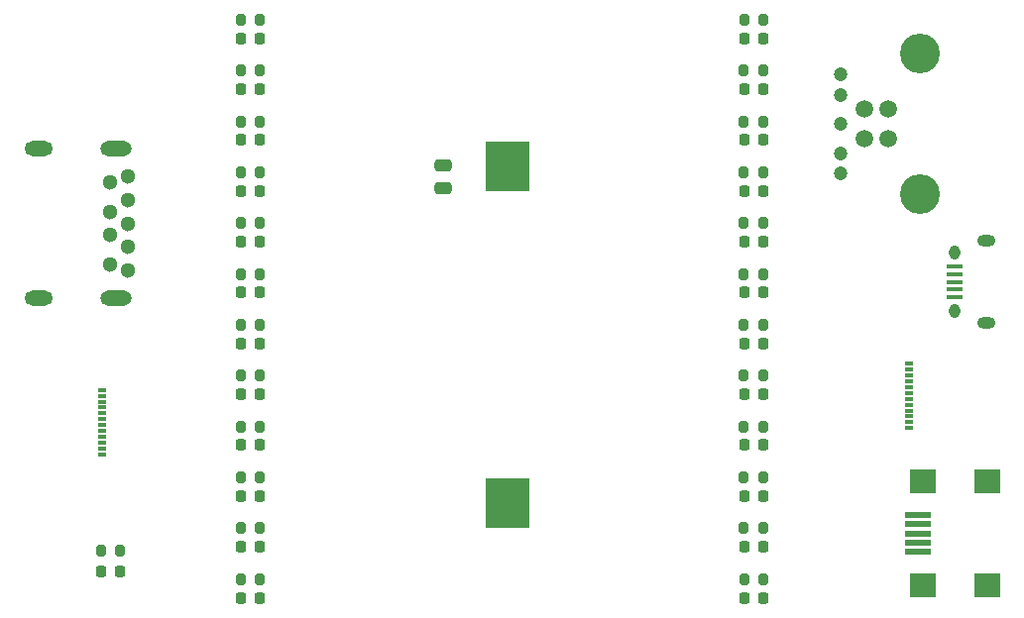
<source format=gbr>
%TF.GenerationSoftware,KiCad,Pcbnew,7.0.8*%
%TF.CreationDate,2024-05-30T14:18:46+02:00*%
%TF.ProjectId,usb_c_cable_tester,7573625f-635f-4636-9162-6c655f746573,2.2*%
%TF.SameCoordinates,Original*%
%TF.FileFunction,Paste,Top*%
%TF.FilePolarity,Positive*%
%FSLAX46Y46*%
G04 Gerber Fmt 4.6, Leading zero omitted, Abs format (unit mm)*
G04 Created by KiCad (PCBNEW 7.0.8) date 2024-05-30 14:18:46*
%MOMM*%
%LPD*%
G01*
G04 APERTURE LIST*
G04 Aperture macros list*
%AMRoundRect*
0 Rectangle with rounded corners*
0 $1 Rounding radius*
0 $2 $3 $4 $5 $6 $7 $8 $9 X,Y pos of 4 corners*
0 Add a 4 corners polygon primitive as box body*
4,1,4,$2,$3,$4,$5,$6,$7,$8,$9,$2,$3,0*
0 Add four circle primitives for the rounded corners*
1,1,$1+$1,$2,$3*
1,1,$1+$1,$4,$5*
1,1,$1+$1,$6,$7*
1,1,$1+$1,$8,$9*
0 Add four rect primitives between the rounded corners*
20,1,$1+$1,$2,$3,$4,$5,0*
20,1,$1+$1,$4,$5,$6,$7,0*
20,1,$1+$1,$6,$7,$8,$9,0*
20,1,$1+$1,$8,$9,$2,$3,0*%
G04 Aperture macros list end*
%ADD10RoundRect,0.218750X-0.218750X-0.256250X0.218750X-0.256250X0.218750X0.256250X-0.218750X0.256250X0*%
%ADD11RoundRect,0.200000X-0.200000X-0.275000X0.200000X-0.275000X0.200000X0.275000X-0.200000X0.275000X0*%
%ADD12R,1.350000X0.400000*%
%ADD13O,1.550000X1.000000*%
%ADD14O,0.950000X1.250000*%
%ADD15R,2.200000X0.500000*%
%ADD16R,2.200000X2.000000*%
%ADD17R,0.700000X0.300000*%
%ADD18RoundRect,0.250000X-0.475000X0.250000X-0.475000X-0.250000X0.475000X-0.250000X0.475000X0.250000X0*%
%ADD19C,1.500000*%
%ADD20C,1.200000*%
%ADD21C,3.400000*%
%ADD22R,3.800000X4.200000*%
%ADD23C,1.300000*%
%ADD24O,2.700000X1.300000*%
%ADD25O,2.400000X1.300000*%
G04 APERTURE END LIST*
D10*
%TO.C,D21*%
X65250000Y-121750000D03*
X66825000Y-121750000D03*
%TD*%
D11*
%TO.C,R4*%
X77175000Y-113709086D03*
X78825000Y-113709086D03*
%TD*%
D12*
%TO.C,J3*%
X138150000Y-98300000D03*
X138150000Y-97650000D03*
X138150000Y-97000000D03*
X138150000Y-96350000D03*
X138150000Y-95700000D03*
D13*
X140850000Y-100500000D03*
D14*
X138150000Y-99500000D03*
X138150000Y-94500000D03*
D13*
X140850000Y-93500000D03*
%TD*%
D15*
%TO.C,J5*%
X135050000Y-120100000D03*
X135050000Y-119300000D03*
X135050000Y-118500000D03*
X135050000Y-117700000D03*
X135050000Y-116900000D03*
D16*
X135450000Y-122950000D03*
X140950000Y-122950000D03*
X135450000Y-114050000D03*
X140950000Y-114050000D03*
%TD*%
D11*
%TO.C,R25*%
X77175000Y-74600000D03*
X78825000Y-74600000D03*
%TD*%
D10*
%TO.C,D25*%
X77212500Y-76173913D03*
X78787500Y-76173913D03*
%TD*%
D11*
%TO.C,R7*%
X120135000Y-78945454D03*
X121785000Y-78945454D03*
%TD*%
%TO.C,R20*%
X120135000Y-87636362D03*
X121785000Y-87636362D03*
%TD*%
%TO.C,R16*%
X120135000Y-91981816D03*
X121785000Y-91981816D03*
%TD*%
D10*
%TO.C,D11*%
X77212500Y-102260869D03*
X78787500Y-102260869D03*
%TD*%
%TO.C,D8*%
X120212500Y-84869565D03*
X121787500Y-84869565D03*
%TD*%
D11*
%TO.C,R8*%
X120135000Y-83290908D03*
X121785000Y-83290908D03*
%TD*%
%TO.C,R17*%
X120135000Y-105018178D03*
X121785000Y-105018178D03*
%TD*%
%TO.C,R5*%
X120135000Y-118054540D03*
X121785000Y-118054540D03*
%TD*%
D17*
%TO.C,J2*%
X65310000Y-106240000D03*
X65310000Y-106740000D03*
X65310000Y-107240000D03*
X65310000Y-107740000D03*
X65310000Y-108240000D03*
X65310000Y-108740000D03*
X65310000Y-109240000D03*
X65310000Y-109740000D03*
X65310000Y-110240000D03*
X65310000Y-110740000D03*
X65310000Y-111240000D03*
X65310000Y-111740000D03*
%TD*%
D10*
%TO.C,D5*%
X120212500Y-119652173D03*
X121787500Y-119652173D03*
%TD*%
%TO.C,D9*%
X77212500Y-80521739D03*
X78787500Y-80521739D03*
%TD*%
D18*
%TO.C,C1*%
X94500000Y-87050000D03*
X94500000Y-88950000D03*
%TD*%
D10*
%TO.C,D12*%
X120212500Y-97913043D03*
X121787500Y-97913043D03*
%TD*%
%TO.C,D16*%
X120212500Y-93565217D03*
X121787500Y-93565217D03*
%TD*%
D11*
%TO.C,R24*%
X77175000Y-122400000D03*
X78825000Y-122400000D03*
%TD*%
D10*
%TO.C,D10*%
X77212500Y-84869565D03*
X78787500Y-84869565D03*
%TD*%
%TO.C,D4*%
X77212500Y-115304347D03*
X78787500Y-115304347D03*
%TD*%
D11*
%TO.C,R14*%
X120135000Y-100672724D03*
X121785000Y-100672724D03*
%TD*%
D10*
%TO.C,D14*%
X120212500Y-102260869D03*
X121787500Y-102260869D03*
%TD*%
D11*
%TO.C,R1*%
X77175000Y-109363632D03*
X78825000Y-109363632D03*
%TD*%
D17*
%TO.C,J1*%
X134250000Y-109500000D03*
X134250000Y-109000000D03*
X134250000Y-108500000D03*
X134250000Y-108000000D03*
X134250000Y-107500000D03*
X134250000Y-107000000D03*
X134250000Y-106500000D03*
X134250000Y-106000000D03*
X134250000Y-105500000D03*
X134250000Y-105000000D03*
X134250000Y-104500000D03*
X134250000Y-104000000D03*
%TD*%
D11*
%TO.C,R13*%
X77175000Y-96327270D03*
X78825000Y-96327270D03*
%TD*%
D10*
%TO.C,D2*%
X77212500Y-89217391D03*
X78787500Y-89217391D03*
%TD*%
%TO.C,D15*%
X77212500Y-106608695D03*
X78787500Y-106608695D03*
%TD*%
D19*
%TO.C,J4*%
X130435000Y-82250000D03*
X130435000Y-84750000D03*
X132445000Y-84750000D03*
X132445000Y-82250000D03*
D20*
X128445000Y-87750000D03*
X128445000Y-86000000D03*
X128445000Y-83500000D03*
X128445000Y-81000000D03*
X128445000Y-79250000D03*
D21*
X135145000Y-89520000D03*
X135145000Y-77480000D03*
%TD*%
D10*
%TO.C,D22*%
X120212500Y-76173913D03*
X121787500Y-76173913D03*
%TD*%
D22*
%TO.C,BT1*%
X100000000Y-87110000D03*
X100000000Y-115890000D03*
%TD*%
D11*
%TO.C,R18*%
X77175000Y-91981816D03*
X78825000Y-91981816D03*
%TD*%
%TO.C,R23*%
X120175000Y-122400000D03*
X121825000Y-122400000D03*
%TD*%
D10*
%TO.C,D6*%
X120212500Y-115304347D03*
X121787500Y-115304347D03*
%TD*%
D23*
%TO.C,J6*%
X66000000Y-88500000D03*
X66000000Y-91000000D03*
X66000000Y-93000000D03*
X66000000Y-95500000D03*
X67500000Y-96000000D03*
X67500000Y-94000000D03*
X67500000Y-92000000D03*
X67500000Y-90000000D03*
X67500000Y-88000000D03*
D24*
X66500000Y-85600000D03*
D25*
X59900000Y-85600000D03*
D24*
X66500000Y-98400000D03*
D25*
X59900000Y-98400000D03*
%TD*%
D10*
%TO.C,D20*%
X120212500Y-89217391D03*
X121787500Y-89217391D03*
%TD*%
D11*
%TO.C,R2*%
X77175000Y-87636362D03*
X78825000Y-87636362D03*
%TD*%
D10*
%TO.C,D17*%
X120212500Y-106608695D03*
X121787500Y-106608695D03*
%TD*%
D11*
%TO.C,R10*%
X77175000Y-83290908D03*
X78825000Y-83290908D03*
%TD*%
%TO.C,R3*%
X77175000Y-118054540D03*
X78825000Y-118054540D03*
%TD*%
D10*
%TO.C,D23*%
X120212500Y-124000000D03*
X121787500Y-124000000D03*
%TD*%
D11*
%TO.C,R19*%
X120135000Y-109363632D03*
X121785000Y-109363632D03*
%TD*%
%TO.C,R12*%
X120135000Y-96327270D03*
X121785000Y-96327270D03*
%TD*%
%TO.C,R9*%
X77175000Y-78945454D03*
X78825000Y-78945454D03*
%TD*%
D10*
%TO.C,D1*%
X77212500Y-110956521D03*
X78787500Y-110956521D03*
%TD*%
D11*
%TO.C,R22*%
X120175000Y-74600000D03*
X121825000Y-74600000D03*
%TD*%
D10*
%TO.C,D19*%
X120212500Y-110956521D03*
X121787500Y-110956521D03*
%TD*%
D11*
%TO.C,R15*%
X77175000Y-105018178D03*
X78825000Y-105018178D03*
%TD*%
D10*
%TO.C,D7*%
X120212500Y-80521739D03*
X121787500Y-80521739D03*
%TD*%
D11*
%TO.C,R21*%
X65212500Y-120000000D03*
X66862500Y-120000000D03*
%TD*%
D10*
%TO.C,D3*%
X77212500Y-119652173D03*
X78787500Y-119652173D03*
%TD*%
%TO.C,D24*%
X77212500Y-124000000D03*
X78787500Y-124000000D03*
%TD*%
%TO.C,D13*%
X77212500Y-97913043D03*
X78787500Y-97913043D03*
%TD*%
D11*
%TO.C,R6*%
X120135000Y-113709086D03*
X121785000Y-113709086D03*
%TD*%
%TO.C,R11*%
X77175000Y-100672724D03*
X78825000Y-100672724D03*
%TD*%
D10*
%TO.C,D18*%
X77212500Y-93565217D03*
X78787500Y-93565217D03*
%TD*%
M02*

</source>
